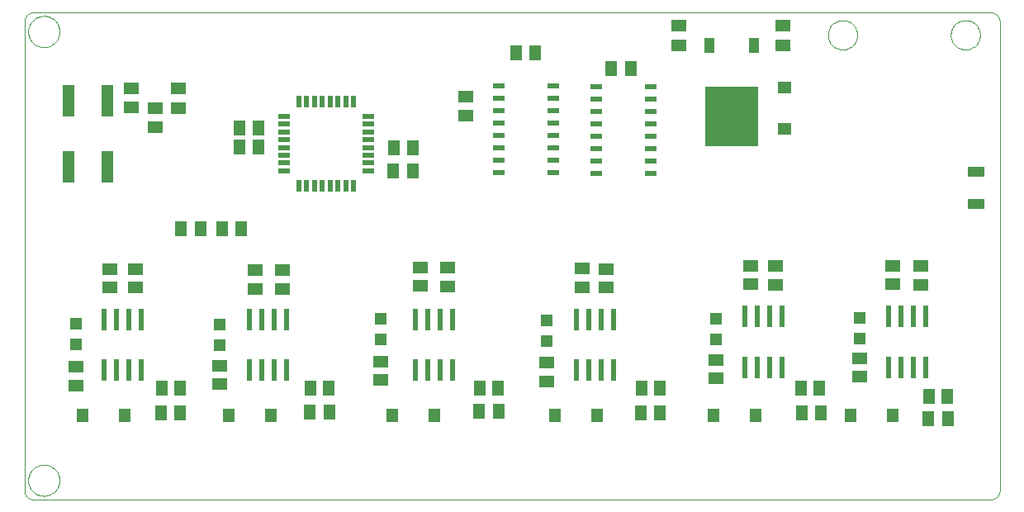
<source format=gtp>
G75*
%MOIN*%
%OFA0B0*%
%FSLAX24Y24*%
%IPPOS*%
%LPD*%
%AMOC8*
5,1,8,0,0,1.08239X$1,22.5*
%
%ADD10C,0.0000*%
%ADD11R,0.0236X0.0866*%
%ADD12R,0.0500X0.0579*%
%ADD13R,0.0472X0.0472*%
%ADD14R,0.0591X0.0512*%
%ADD15R,0.0512X0.0591*%
%ADD16R,0.0512X0.0630*%
%ADD17R,0.0500X0.0220*%
%ADD18R,0.0220X0.0500*%
%ADD19R,0.0472X0.1260*%
%ADD20R,0.0630X0.0512*%
%ADD21R,0.0394X0.0630*%
%ADD22R,0.2126X0.2441*%
%ADD23R,0.0579X0.0500*%
%ADD24R,0.0472X0.0236*%
%ADD25R,0.0709X0.0394*%
D10*
X000754Y002824D02*
X039336Y002824D01*
X039375Y002826D01*
X039413Y002832D01*
X039450Y002841D01*
X039487Y002854D01*
X039522Y002871D01*
X039555Y002890D01*
X039586Y002913D01*
X039615Y002939D01*
X039641Y002968D01*
X039664Y002999D01*
X039683Y003032D01*
X039700Y003067D01*
X039713Y003104D01*
X039722Y003141D01*
X039728Y003179D01*
X039730Y003218D01*
X039730Y022115D01*
X039728Y022154D01*
X039722Y022192D01*
X039713Y022229D01*
X039700Y022266D01*
X039683Y022301D01*
X039664Y022334D01*
X039641Y022365D01*
X039615Y022394D01*
X039586Y022420D01*
X039555Y022443D01*
X039522Y022462D01*
X039487Y022479D01*
X039450Y022492D01*
X039413Y022501D01*
X039375Y022507D01*
X039336Y022509D01*
X000754Y022509D01*
X000715Y022507D01*
X000677Y022501D01*
X000640Y022492D01*
X000603Y022479D01*
X000568Y022462D01*
X000535Y022443D01*
X000504Y022420D01*
X000475Y022394D01*
X000449Y022365D01*
X000426Y022334D01*
X000407Y022301D01*
X000390Y022266D01*
X000377Y022229D01*
X000368Y022192D01*
X000362Y022154D01*
X000360Y022115D01*
X000360Y003218D01*
X000362Y003179D01*
X000368Y003141D01*
X000377Y003104D01*
X000390Y003067D01*
X000407Y003032D01*
X000426Y002999D01*
X000449Y002968D01*
X000475Y002939D01*
X000504Y002913D01*
X000535Y002890D01*
X000568Y002871D01*
X000603Y002854D01*
X000640Y002841D01*
X000677Y002832D01*
X000715Y002826D01*
X000754Y002824D01*
X000517Y003611D02*
X000519Y003661D01*
X000525Y003711D01*
X000535Y003760D01*
X000549Y003808D01*
X000566Y003855D01*
X000587Y003900D01*
X000612Y003944D01*
X000640Y003985D01*
X000672Y004024D01*
X000706Y004061D01*
X000743Y004095D01*
X000783Y004125D01*
X000825Y004152D01*
X000869Y004176D01*
X000915Y004197D01*
X000962Y004213D01*
X001010Y004226D01*
X001060Y004235D01*
X001109Y004240D01*
X001160Y004241D01*
X001210Y004238D01*
X001259Y004231D01*
X001308Y004220D01*
X001356Y004205D01*
X001402Y004187D01*
X001447Y004165D01*
X001490Y004139D01*
X001531Y004110D01*
X001570Y004078D01*
X001606Y004043D01*
X001638Y004005D01*
X001668Y003965D01*
X001695Y003922D01*
X001718Y003878D01*
X001737Y003832D01*
X001753Y003784D01*
X001765Y003735D01*
X001773Y003686D01*
X001777Y003636D01*
X001777Y003586D01*
X001773Y003536D01*
X001765Y003487D01*
X001753Y003438D01*
X001737Y003390D01*
X001718Y003344D01*
X001695Y003300D01*
X001668Y003257D01*
X001638Y003217D01*
X001606Y003179D01*
X001570Y003144D01*
X001531Y003112D01*
X001490Y003083D01*
X001447Y003057D01*
X001402Y003035D01*
X001356Y003017D01*
X001308Y003002D01*
X001259Y002991D01*
X001210Y002984D01*
X001160Y002981D01*
X001109Y002982D01*
X001060Y002987D01*
X001010Y002996D01*
X000962Y003009D01*
X000915Y003025D01*
X000869Y003046D01*
X000825Y003070D01*
X000783Y003097D01*
X000743Y003127D01*
X000706Y003161D01*
X000672Y003198D01*
X000640Y003237D01*
X000612Y003278D01*
X000587Y003322D01*
X000566Y003367D01*
X000549Y003414D01*
X000535Y003462D01*
X000525Y003511D01*
X000519Y003561D01*
X000517Y003611D01*
X000517Y021722D02*
X000519Y021772D01*
X000525Y021822D01*
X000535Y021871D01*
X000549Y021919D01*
X000566Y021966D01*
X000587Y022011D01*
X000612Y022055D01*
X000640Y022096D01*
X000672Y022135D01*
X000706Y022172D01*
X000743Y022206D01*
X000783Y022236D01*
X000825Y022263D01*
X000869Y022287D01*
X000915Y022308D01*
X000962Y022324D01*
X001010Y022337D01*
X001060Y022346D01*
X001109Y022351D01*
X001160Y022352D01*
X001210Y022349D01*
X001259Y022342D01*
X001308Y022331D01*
X001356Y022316D01*
X001402Y022298D01*
X001447Y022276D01*
X001490Y022250D01*
X001531Y022221D01*
X001570Y022189D01*
X001606Y022154D01*
X001638Y022116D01*
X001668Y022076D01*
X001695Y022033D01*
X001718Y021989D01*
X001737Y021943D01*
X001753Y021895D01*
X001765Y021846D01*
X001773Y021797D01*
X001777Y021747D01*
X001777Y021697D01*
X001773Y021647D01*
X001765Y021598D01*
X001753Y021549D01*
X001737Y021501D01*
X001718Y021455D01*
X001695Y021411D01*
X001668Y021368D01*
X001638Y021328D01*
X001606Y021290D01*
X001570Y021255D01*
X001531Y021223D01*
X001490Y021194D01*
X001447Y021168D01*
X001402Y021146D01*
X001356Y021128D01*
X001308Y021113D01*
X001259Y021102D01*
X001210Y021095D01*
X001160Y021092D01*
X001109Y021093D01*
X001060Y021098D01*
X001010Y021107D01*
X000962Y021120D01*
X000915Y021136D01*
X000869Y021157D01*
X000825Y021181D01*
X000783Y021208D01*
X000743Y021238D01*
X000706Y021272D01*
X000672Y021309D01*
X000640Y021348D01*
X000612Y021389D01*
X000587Y021433D01*
X000566Y021478D01*
X000549Y021525D01*
X000535Y021573D01*
X000525Y021622D01*
X000519Y021672D01*
X000517Y021722D01*
X032795Y021590D02*
X032797Y021638D01*
X032803Y021686D01*
X032813Y021733D01*
X032826Y021779D01*
X032844Y021824D01*
X032864Y021868D01*
X032889Y021910D01*
X032917Y021949D01*
X032947Y021986D01*
X032981Y022020D01*
X033018Y022052D01*
X033056Y022081D01*
X033097Y022106D01*
X033140Y022128D01*
X033185Y022146D01*
X033231Y022160D01*
X033278Y022171D01*
X033326Y022178D01*
X033374Y022181D01*
X033422Y022180D01*
X033470Y022175D01*
X033518Y022166D01*
X033564Y022154D01*
X033609Y022137D01*
X033653Y022117D01*
X033695Y022094D01*
X033735Y022067D01*
X033773Y022037D01*
X033808Y022004D01*
X033840Y021968D01*
X033870Y021930D01*
X033896Y021889D01*
X033918Y021846D01*
X033938Y021802D01*
X033953Y021757D01*
X033965Y021710D01*
X033973Y021662D01*
X033977Y021614D01*
X033977Y021566D01*
X033973Y021518D01*
X033965Y021470D01*
X033953Y021423D01*
X033938Y021378D01*
X033918Y021334D01*
X033896Y021291D01*
X033870Y021250D01*
X033840Y021212D01*
X033808Y021176D01*
X033773Y021143D01*
X033735Y021113D01*
X033695Y021086D01*
X033653Y021063D01*
X033609Y021043D01*
X033564Y021026D01*
X033518Y021014D01*
X033470Y021005D01*
X033422Y021000D01*
X033374Y020999D01*
X033326Y021002D01*
X033278Y021009D01*
X033231Y021020D01*
X033185Y021034D01*
X033140Y021052D01*
X033097Y021074D01*
X033056Y021099D01*
X033018Y021128D01*
X032981Y021160D01*
X032947Y021194D01*
X032917Y021231D01*
X032889Y021270D01*
X032864Y021312D01*
X032844Y021356D01*
X032826Y021401D01*
X032813Y021447D01*
X032803Y021494D01*
X032797Y021542D01*
X032795Y021590D01*
X037755Y021590D02*
X037757Y021638D01*
X037763Y021686D01*
X037773Y021733D01*
X037786Y021779D01*
X037804Y021824D01*
X037824Y021868D01*
X037849Y021910D01*
X037877Y021949D01*
X037907Y021986D01*
X037941Y022020D01*
X037978Y022052D01*
X038016Y022081D01*
X038057Y022106D01*
X038100Y022128D01*
X038145Y022146D01*
X038191Y022160D01*
X038238Y022171D01*
X038286Y022178D01*
X038334Y022181D01*
X038382Y022180D01*
X038430Y022175D01*
X038478Y022166D01*
X038524Y022154D01*
X038569Y022137D01*
X038613Y022117D01*
X038655Y022094D01*
X038695Y022067D01*
X038733Y022037D01*
X038768Y022004D01*
X038800Y021968D01*
X038830Y021930D01*
X038856Y021889D01*
X038878Y021846D01*
X038898Y021802D01*
X038913Y021757D01*
X038925Y021710D01*
X038933Y021662D01*
X038937Y021614D01*
X038937Y021566D01*
X038933Y021518D01*
X038925Y021470D01*
X038913Y021423D01*
X038898Y021378D01*
X038878Y021334D01*
X038856Y021291D01*
X038830Y021250D01*
X038800Y021212D01*
X038768Y021176D01*
X038733Y021143D01*
X038695Y021113D01*
X038655Y021086D01*
X038613Y021063D01*
X038569Y021043D01*
X038524Y021026D01*
X038478Y021014D01*
X038430Y021005D01*
X038382Y021000D01*
X038334Y020999D01*
X038286Y021002D01*
X038238Y021009D01*
X038191Y021020D01*
X038145Y021034D01*
X038100Y021052D01*
X038057Y021074D01*
X038016Y021099D01*
X037978Y021128D01*
X037941Y021160D01*
X037907Y021194D01*
X037877Y021231D01*
X037849Y021270D01*
X037824Y021312D01*
X037804Y021356D01*
X037786Y021401D01*
X037773Y021447D01*
X037763Y021494D01*
X037757Y021542D01*
X037755Y021590D01*
D11*
X036750Y010221D03*
X036250Y010221D03*
X035750Y010221D03*
X035250Y010221D03*
X035250Y008174D03*
X035750Y008174D03*
X036250Y008174D03*
X036750Y008174D03*
X030930Y008174D03*
X030430Y008174D03*
X029930Y008174D03*
X029430Y008174D03*
X029430Y010221D03*
X029930Y010221D03*
X030430Y010221D03*
X030930Y010221D03*
X024150Y010101D03*
X023650Y010101D03*
X023150Y010101D03*
X022650Y010101D03*
X022650Y008054D03*
X023150Y008054D03*
X023650Y008054D03*
X024150Y008054D03*
X017640Y008054D03*
X017140Y008054D03*
X016640Y008054D03*
X016140Y008054D03*
X016140Y010101D03*
X016640Y010101D03*
X017140Y010101D03*
X017640Y010101D03*
X010950Y010101D03*
X010450Y010101D03*
X009950Y010101D03*
X009450Y010101D03*
X009450Y008054D03*
X009950Y008054D03*
X010450Y008054D03*
X010950Y008054D03*
X005073Y008054D03*
X004573Y008054D03*
X004073Y008054D03*
X003573Y008054D03*
X003573Y010101D03*
X004073Y010101D03*
X004573Y010101D03*
X005073Y010101D03*
D12*
X004412Y006248D03*
X002719Y006248D03*
X008614Y006248D03*
X010306Y006248D03*
X015206Y006248D03*
X016899Y006248D03*
X021766Y006248D03*
X023459Y006248D03*
X028186Y006248D03*
X029879Y006248D03*
X033706Y006248D03*
X035399Y006248D03*
D13*
X034060Y009347D03*
X034060Y010174D03*
X028270Y010141D03*
X028270Y009314D03*
X021440Y009227D03*
X021440Y010054D03*
X014740Y010121D03*
X014740Y009294D03*
X008240Y009074D03*
X008240Y009901D03*
X002450Y009941D03*
X002450Y009114D03*
D14*
X002430Y008192D03*
X002430Y007444D03*
X008240Y007484D03*
X008240Y008232D03*
X009680Y011334D03*
X009680Y012082D03*
X010760Y012092D03*
X010760Y011344D03*
X014730Y008412D03*
X014730Y007664D03*
X016330Y011464D03*
X017440Y011444D03*
X017440Y012192D03*
X016330Y012212D03*
X022890Y012152D03*
X023850Y012142D03*
X023850Y011394D03*
X022890Y011404D03*
X021450Y008352D03*
X021450Y007604D03*
X028280Y007724D03*
X028280Y008472D03*
X029660Y011516D03*
X030680Y011514D03*
X030680Y012262D03*
X029660Y012264D03*
X035410Y012272D03*
X035410Y011524D03*
X036550Y011514D03*
X036550Y012262D03*
X034060Y008532D03*
X034060Y007784D03*
X004850Y011384D03*
X004850Y012132D03*
X003820Y012132D03*
X003820Y011384D03*
X004660Y018680D03*
X004660Y019428D03*
D15*
X005906Y007318D03*
X006654Y007318D03*
X011906Y007338D03*
X012654Y007338D03*
X018736Y007338D03*
X019484Y007338D03*
X025266Y007338D03*
X026014Y007338D03*
X031706Y007328D03*
X032454Y007328D03*
X036866Y006994D03*
X037614Y006994D03*
D16*
X037644Y006084D03*
X036856Y006084D03*
X032514Y006318D03*
X031726Y006318D03*
X026024Y006338D03*
X025236Y006338D03*
X019504Y006388D03*
X018716Y006388D03*
X012664Y006378D03*
X011876Y006378D03*
X006654Y006318D03*
X005866Y006318D03*
X006686Y013764D03*
X007474Y013764D03*
X008336Y013774D03*
X009124Y013774D03*
X009036Y017054D03*
X009824Y017054D03*
X009824Y017834D03*
X009036Y017834D03*
X015266Y017044D03*
X016054Y017044D03*
X016044Y016084D03*
X015256Y016084D03*
X020196Y020854D03*
X020984Y020854D03*
X024046Y020234D03*
X024834Y020234D03*
D17*
X014230Y018306D03*
X014230Y017991D03*
X014230Y017676D03*
X014230Y017361D03*
X014230Y017047D03*
X014230Y016732D03*
X014230Y016417D03*
X014230Y016102D03*
X010850Y016102D03*
X010850Y016417D03*
X010850Y016732D03*
X010850Y017047D03*
X010850Y017361D03*
X010850Y017676D03*
X010850Y017991D03*
X010850Y018306D03*
D18*
X011438Y018894D03*
X011753Y018894D03*
X012068Y018894D03*
X012383Y018894D03*
X012697Y018894D03*
X013012Y018894D03*
X013327Y018894D03*
X013642Y018894D03*
X013642Y015514D03*
X013327Y015514D03*
X013012Y015514D03*
X012697Y015514D03*
X012383Y015514D03*
X012068Y015514D03*
X011753Y015514D03*
X011438Y015514D03*
D19*
X003707Y016265D03*
X002133Y016265D03*
X002133Y018943D03*
X003707Y018943D03*
D20*
X005640Y018638D03*
X006560Y018630D03*
X006560Y019418D03*
X005640Y017850D03*
X018170Y018320D03*
X018170Y019108D03*
X026790Y021170D03*
X026790Y021958D03*
X030990Y021968D03*
X030990Y021180D03*
D21*
X029798Y021174D03*
X028002Y021174D03*
D22*
X028900Y018300D03*
D23*
X031030Y017788D03*
X031030Y019480D03*
D24*
X025633Y019496D03*
X025633Y018996D03*
X025633Y018496D03*
X025633Y017996D03*
X025633Y017496D03*
X025633Y016996D03*
X025633Y016496D03*
X025633Y015996D03*
X023428Y015996D03*
X023428Y016496D03*
X023428Y016996D03*
X023428Y017496D03*
X023428Y017996D03*
X023428Y018496D03*
X023428Y018996D03*
X023428Y019496D03*
X021716Y019529D03*
X021716Y019029D03*
X021716Y018529D03*
X021716Y018029D03*
X021716Y017529D03*
X021716Y017029D03*
X021716Y016529D03*
X021716Y016029D03*
X019511Y016029D03*
X019511Y016529D03*
X019511Y017029D03*
X019511Y017529D03*
X019511Y018029D03*
X019511Y018529D03*
X019511Y019029D03*
X019511Y019529D03*
D25*
X038760Y016075D03*
X038760Y014773D03*
M02*

</source>
